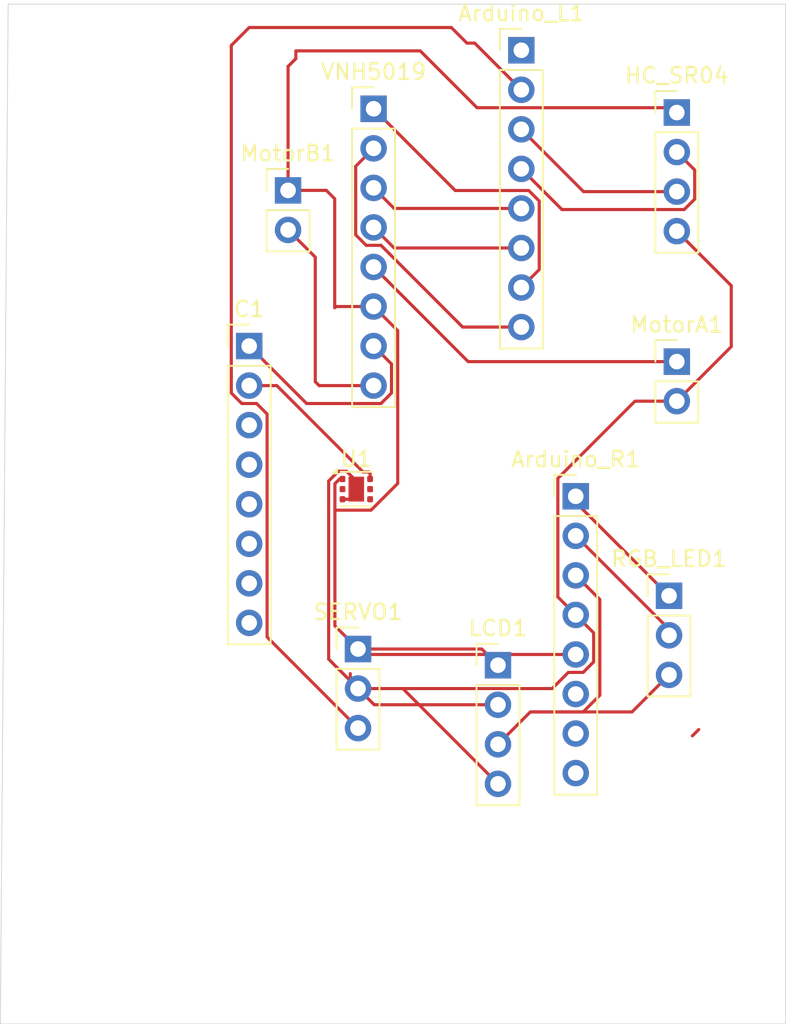
<source format=kicad_pcb>
(kicad_pcb (version 20241229) (generator "pcbnew") (generator_version "9.0")
  (layers (0 "F.Cu" signal) (2 "B.Cu" signal) (13 "F.Paste" user) (15 "B.Paste" user) (5 "F.SilkS" user "F.Silkscreen") (7 "B.SilkS" user "B.Silkscreen") (1 "F.Mask" user) (3 "B.Mask" user) (25 "Edge.Cuts" user))
  (net 0 "")
  (net 1 "Net-(Arduino_L1-Pin_4)")
  (net 2 "Net-(Arduino_L1-Pin_5)")
  (net 4 "Net-(Arduino_L1-Pin_3)")
  (net 5 "Net-(Arduino_L1-Pin_8)")
  (net 6 "Net-(Arduino_L1-Pin_2)")
  (net 7 "Net-(Arduino_L1-Pin_7)")
  (net 8 "Net-(Arduino_L1-Pin_6)")
  (net 9 "+5V")
  (net 11 "Net-(Arduino_R1-Pin_2)")
  (net 13 "Net-(Arduino_R1-Pin_3)")
  (net 15 "GND")
  (net 16 "Net-(Arduino_R1-Pin_1)")
  (net 17 "+12V")
  (net 18 "Net-(U1-VIN)")
  (net 19 "Net-(MotorA1-Pin_1)")
  (footprint "Connector_PinHeader_2.54mm:PinHeader_1x03_P2.54mm_Vertical" (layer "F.Cu") (at 142.5 88)
    (property "Reference" "RGB_LED1" (at 0 -2.38 0) (layer "F.SilkS"))
    (property "Value" "Conn_01x03")
    (fp_line (start -1.38 -1.38) (end 0 -1.38) (stroke (width 0.12)) (layer "F.SilkS"))
    (fp_line (start -1.38 0) (end -1.38 -1.38) (stroke (width 0.12)) (layer "F.SilkS"))
    (fp_line (start -1.38 1.27) (end -1.38 6.46) (stroke (width 0.12)) (layer "F.SilkS"))
    (fp_line (start -1.38 1.27) (end 1.38 1.27) (stroke (width 0.12)) (layer "F.SilkS"))
    (fp_line (start -1.38 6.46) (end 1.38 6.46) (stroke (width 0.12)) (layer "F.SilkS"))
    (fp_line (start 1.38 1.27) (end 1.38 6.46) (stroke (width 0.12)) (layer "F.SilkS"))
    (pad "1" thru_hole rect (at 0 0) (size 1.7 1.7) (drill 1) (layers "*.Cu" "*.Mask") (net 16 "Net-(Arduino_R1-Pin_1)"))
    (pad "2" thru_hole circle (at 0 2.54) (size 1.7 1.7) (drill 1) (layers "*.Cu" "*.Mask") (net 11 "Net-(Arduino_R1-Pin_2)"))
    (pad "3" thru_hole circle (at 0 5.08) (size 1.7 1.7) (drill 1) (layers "*.Cu" "*.Mask") (net 13 "Net-(Arduino_R1-Pin_3)"))
  )
  (footprint "Connector_PinHeader_2.54mm:PinHeader_1x08_P2.54mm_Vertical" (layer "F.Cu") (at 123.5 56.72)
    (property "Reference" "VNH5019" (at 0 -2.38 0) (layer "F.SilkS"))
    (property "Value" "Conn_01x08")
    (fp_line (start -1.38 -1.38) (end 0 -1.38) (stroke (width 0.12)) (layer "F.SilkS"))
    (fp_line (start -1.38 0) (end -1.38 -1.38) (stroke (width 0.12)) (layer "F.SilkS"))
    (fp_line (start -1.38 1.27) (end -1.38 19.16) (stroke (width 0.12)) (layer "F.SilkS"))
    (fp_line (start -1.38 1.27) (end 1.38 1.27) (stroke (width 0.12)) (layer "F.SilkS"))
    (fp_line (start -1.38 19.16) (end 1.38 19.16) (stroke (width 0.12)) (layer "F.SilkS"))
    (fp_line (start 1.38 1.27) (end 1.38 19.16) (stroke (width 0.12)) (layer "F.SilkS"))
    (pad "1" thru_hole rect (at 0 0) (size 1.7 1.7) (drill 1) (layers "*.Cu" "*.Mask") (net 7 "Net-(Arduino_L1-Pin_7)"))
    (pad "2" thru_hole circle (at 0 2.54) (size 1.7 1.7) (drill 1) (layers "*.Cu" "*.Mask") (net 5 "Net-(Arduino_L1-Pin_8)"))
    (pad "3" thru_hole circle (at 0 5.08) (size 1.7 1.7) (drill 1) (layers "*.Cu" "*.Mask") (net 2 "Net-(Arduino_L1-Pin_5)"))
    (pad "4" thru_hole circle (at 0 7.62) (size 1.7 1.7) (drill 1) (layers "*.Cu" "*.Mask") (net 8 "Net-(Arduino_L1-Pin_6)"))
    (pad "5" thru_hole circle (at 0 10.16) (size 1.7 1.7) (drill 1) (layers "*.Cu" "*.Mask") (net 19 "Net-(MotorA1-Pin_1)"))
    (pad "6" thru_hole circle (at 0 12.7) (size 1.7 1.7) (drill 1) (layers "*.Cu" "*.Mask") (net 9 "+5V"))
    (pad "7" thru_hole circle (at 0 15.24) (size 1.7 1.7) (drill 1) (layers "*.Cu" "*.Mask") (net 17 "+12V"))
    (pad "8" thru_hole circle (at 0 17.78) (size 1.7 1.7) (drill 1) (layers "*.Cu" "*.Mask") (net 15 "GND"))
  )
  (footprint "Connector_PinHeader_2.54mm:PinHeader_1x08_P2.54mm_Vertical" (layer "F.Cu") (at 136.5 81.61)
    (property "Reference" "Arduino_R1" (at 0 -2.38 0) (layer "F.SilkS"))
    (property "Value" "Conn_01x08")
    (fp_line (start -1.38 -1.38) (end 0 -1.38) (stroke (width 0.12)) (layer "F.SilkS"))
    (fp_line (start -1.38 0) (end -1.38 -1.38) (stroke (width 0.12)) (layer "F.SilkS"))
    (fp_line (start -1.38 1.27) (end -1.38 19.16) (stroke (width 0.12)) (layer "F.SilkS"))
    (fp_line (start -1.38 1.27) (end 1.38 1.27) (stroke (width 0.12)) (layer "F.SilkS"))
    (fp_line (start -1.38 19.16) (end 1.38 19.16) (stroke (width 0.12)) (layer "F.SilkS"))
    (fp_line (start 1.38 1.27) (end 1.38 19.16) (stroke (width 0.12)) (layer "F.SilkS"))
    (pad "1" thru_hole rect (at 0 0) (size 1.7 1.7) (drill 1) (layers "*.Cu" "*.Mask") (net 16 "Net-(Arduino_R1-Pin_1)"))
    (pad "2" thru_hole circle (at 0 2.54) (size 1.7 1.7) (drill 1) (layers "*.Cu" "*.Mask") (net 11 "Net-(Arduino_R1-Pin_2)"))
    (pad "3" thru_hole circle (at 0 5.08) (size 1.7 1.7) (drill 1) (layers "*.Cu" "*.Mask") (net 13 "Net-(Arduino_R1-Pin_3)"))
    (pad "4" thru_hole circle (at 0 7.62) (size 1.7 1.7) (drill 1) (layers "*.Cu" "*.Mask") (net 15 "GND"))
    (pad "5" thru_hole circle (at 0 10.16) (size 1.7 1.7) (drill 1) (layers "*.Cu" "*.Mask") (net 9 "+5V"))
    (pad "6" thru_hole circle (at 0 12.7) (size 1.7 1.7) (drill 1) (layers "*.Cu" "*.Mask"))
    (pad "7" thru_hole circle (at 0 15.24) (size 1.7 1.7) (drill 1) (layers "*.Cu" "*.Mask"))
    (pad "8" thru_hole circle (at 0 17.78) (size 1.7 1.7) (drill 1) (layers "*.Cu" "*.Mask"))
  )
  (footprint "Connector_PinHeader_2.54mm:PinHeader_1x02_P2.54mm_Vertical" (layer "F.Cu") (at 118 61.96)
    (property "Reference" "MotorB1" (at 0 -2.38 0) (layer "F.SilkS"))
    (property "Value" "Conn_01x02")
    (fp_line (start -1.38 -1.38) (end 0 -1.38) (stroke (width 0.12)) (layer "F.SilkS"))
    (fp_line (start -1.38 0) (end -1.38 -1.38) (stroke (width 0.12)) (layer "F.SilkS"))
    (fp_line (start -1.38 1.27) (end -1.38 3.92) (stroke (width 0.12)) (layer "F.SilkS"))
    (fp_line (start -1.38 1.27) (end 1.38 1.27) (stroke (width 0.12)) (layer "F.SilkS"))
    (fp_line (start -1.38 3.92) (end 1.38 3.92) (stroke (width 0.12)) (layer "F.SilkS"))
    (fp_line (start 1.38 1.27) (end 1.38 3.92) (stroke (width 0.12)) (layer "F.SilkS"))
    (pad "1" thru_hole rect (at 0 0) (size 1.7 1.7) (drill 1) (layers "*.Cu" "*.Mask") (net 9 "+5V"))
    (pad "2" thru_hole circle (at 0 2.54) (size 1.7 1.7) (drill 1) (layers "*.Cu" "*.Mask") (net 15 "GND"))
  )
  (footprint "Connector_PinHeader_2.54mm:PinHeader_1x03_P2.54mm_Vertical" (layer "F.Cu") (at 122.5 91.42)
    (property "Reference" "SERVO1" (at 0 -2.38 0) (layer "F.SilkS"))
    (property "Value" "Conn_01x03")
    (fp_line (start -1.38 -1.38) (end 0 -1.38) (stroke (width 0.12)) (layer "F.SilkS"))
    (fp_line (start -1.38 0) (end -1.38 -1.38) (stroke (width 0.12)) (layer "F.SilkS"))
    (fp_line (start -1.38 1.27) (end -1.38 6.46) (stroke (width 0.12)) (layer "F.SilkS"))
    (fp_line (start -1.38 1.27) (end 1.38 1.27) (stroke (width 0.12)) (layer "F.SilkS"))
    (fp_line (start -1.38 6.46) (end 1.38 6.46) (stroke (width 0.12)) (layer "F.SilkS"))
    (fp_line (start 1.38 1.27) (end 1.38 6.46) (stroke (width 0.12)) (layer "F.SilkS"))
    (pad "1" thru_hole rect (at 0 0) (size 1.7 1.7) (drill 1) (layers "*.Cu" "*.Mask") (net 9 "+5V"))
    (pad "2" thru_hole circle (at 0 2.54) (size 1.7 1.7) (drill 1) (layers "*.Cu" "*.Mask") (net 15 "GND"))
    (pad "3" thru_hole circle (at 0 5.08) (size 1.7 1.7) (drill 1) (layers "*.Cu" "*.Mask") (net 6 "Net-(Arduino_L1-Pin_2)"))
  )
  (footprint "Connector_PinHeader_2.54mm:PinHeader_1x08_P2.54mm_Vertical" (layer "F.Cu") (at 115.5 71.96)
    (property "Reference" "C1" (at 0 -2.38 0) (layer "F.SilkS"))
    (property "Value" "10uF")
    (fp_line (start -1.38 -1.38) (end 0 -1.38) (stroke (width 0.12)) (layer "F.SilkS"))
    (fp_line (start -1.38 0) (end -1.38 -1.38) (stroke (width 0.12)) (layer "F.SilkS"))
    (fp_line (start -1.38 1.27) (end -1.38 19.16) (stroke (width 0.12)) (layer "F.SilkS"))
    (fp_line (start -1.38 1.27) (end 1.38 1.27) (stroke (width 0.12)) (layer "F.SilkS"))
    (fp_line (start -1.38 19.16) (end 1.38 19.16) (stroke (width 0.12)) (layer "F.SilkS"))
    (fp_line (start 1.38 1.27) (end 1.38 19.16) (stroke (width 0.12)) (layer "F.SilkS"))
    (pad "1" thru_hole rect (at 0 0) (size 1.7 1.7) (drill 1) (layers "*.Cu" "*.Mask") (net 17 "+12V"))
    (pad "2" thru_hole circle (at 0 2.54) (size 1.7 1.7) (drill 1) (layers "*.Cu" "*.Mask") (net 18 "Net-(U1-VIN)"))
    (pad "3" thru_hole circle (at 0 5.08) (size 1.7 1.7) (drill 1) (layers "*.Cu" "*.Mask"))
    (pad "4" thru_hole circle (at 0 7.62) (size 1.7 1.7) (drill 1) (layers "*.Cu" "*.Mask"))
    (pad "5" thru_hole circle (at 0 10.16) (size 1.7 1.7) (drill 1) (layers "*.Cu" "*.Mask"))
    (pad "6" thru_hole circle (at 0 12.7) (size 1.7 1.7) (drill 1) (layers "*.Cu" "*.Mask"))
    (pad "7" thru_hole circle (at 0 15.24) (size 1.7 1.7) (drill 1) (layers "*.Cu" "*.Mask"))
    (pad "8" thru_hole circle (at 0 17.78) (size 1.7 1.7) (drill 1) (layers "*.Cu" "*.Mask"))
  )
  (footprint "Connector_PinHeader_2.54mm:PinHeader_1x04_P2.54mm_Vertical" (layer "F.Cu") (at 131.5 92.46)
    (property "Reference" "LCD1" (at 0 -2.38 0) (layer "F.SilkS"))
    (property "Value" "Conn_01x04")
    (fp_line (start -1.38 -1.38) (end 0 -1.38) (stroke (width 0.12)) (layer "F.SilkS"))
    (fp_line (start -1.38 0) (end -1.38 -1.38) (stroke (width 0.12)) (layer "F.SilkS"))
    (fp_line (start -1.38 1.27) (end -1.38 9) (stroke (width 0.12)) (layer "F.SilkS"))
    (fp_line (start -1.38 1.27) (end 1.38 1.27) (stroke (width 0.12)) (layer "F.SilkS"))
    (fp_line (start -1.38 9) (end 1.38 9) (stroke (width 0.12)) (layer "F.SilkS"))
    (fp_line (start 1.38 1.27) (end 1.38 9) (stroke (width 0.12)) (layer "F.SilkS"))
    (pad "1" thru_hole rect (at 0 0) (size 1.7 1.7) (drill 1) (layers "*.Cu" "*.Mask") (net 9 "+5V"))
    (pad "2" thru_hole circle (at 0 2.54) (size 1.7 1.7) (drill 1) (layers "*.Cu" "*.Mask") (net 15 "GND"))
    (pad "3" thru_hole circle (at 0 5.08) (size 1.7 1.7) (drill 1) (layers "*.Cu" "*.Mask") (net 13 "Net-(Arduino_R1-Pin_3)"))
    (pad "4" thru_hole circle (at 0 7.62) (size 1.7 1.7) (drill 1) (layers "*.Cu" "*.Mask") (net 15 "GND"))
  )
  (footprint "Package_CSP:LFCSP-6-1EP_2x2mm_P0.65mm_EP1x1.6mm" (layer "F.Cu") (at 122.3875 81.15)
    (property "Reference" "U1" (at 0 -1.95 0) (layer "F.SilkS"))
    (property "Value" "AMS1117-5V")
    (fp_line (start -1 -1.11) (end 1 -1.11) (stroke (width 0.12)) (layer "F.SilkS"))
    (fp_line (start -1 1.11) (end 1 1.11) (stroke (width 0.12)) (layer "F.SilkS"))
    (fp_poly (pts (xy -1.24 -1.01) (xy -1.52 -1.01) (xy -1.24 -1.29)) (stroke (width 0.12)) (fill yes) (layer "F.SilkS"))
    (pad "1" smd roundrect (at -0.8875 -0.65) (size 0.375 0.4) (layers "F.Cu" "F.Mask" "F.Paste") (net 9 "+5V"))
    (pad "2" smd roundrect (at -0.8875 0) (size 0.375 0.4) (layers "F.Cu" "F.Mask" "F.Paste"))
    (pad "3" smd roundrect (at -0.8875 0.65) (size 0.375 0.4) (layers "F.Cu" "F.Mask" "F.Paste") (net 15 "GND"))
    (pad "4" smd roundrect (at 0.8875 0.65) (size 0.375 0.4) (layers "F.Cu" "F.Mask" "F.Paste"))
    (pad "5" smd roundrect (at 0.8875 0) (size 0.375 0.4) (layers "F.Cu" "F.Mask" "F.Paste"))
    (pad "6" smd roundrect (at 0.8875 -0.65) (size 0.375 0.4) (layers "F.Cu" "F.Mask" "F.Paste") (net 18 "Net-(U1-VIN)"))
    (pad "7" smd rect (at 0 0) (size 1 1.6) (property pad_prop_heatsink) (layers "F.Cu" "F.Mask") (net 15 "GND"))
  )
  (footprint "Connector_PinHeader_2.54mm:PinHeader_1x02_P2.54mm_Vertical" (layer "F.Cu") (at 143 72.96)
    (property "Reference" "MotorA1" (at 0 -2.38 0) (layer "F.SilkS"))
    (property "Value" "Conn_01x02")
    (fp_line (start -1.38 -1.38) (end 0 -1.38) (stroke (width 0.12)) (layer "F.SilkS"))
    (fp_line (start -1.38 0) (end -1.38 -1.38) (stroke (width 0.12)) (layer "F.SilkS"))
    (fp_line (start -1.38 1.27) (end -1.38 3.92) (stroke (width 0.12)) (layer "F.SilkS"))
    (fp_line (start -1.38 1.27) (end 1.38 1.27) (stroke (width 0.12)) (layer "F.SilkS"))
    (fp_line (start -1.38 3.92) (end 1.38 3.92) (stroke (width 0.12)) (layer "F.SilkS"))
    (fp_line (start 1.38 1.27) (end 1.38 3.92) (stroke (width 0.12)) (layer "F.SilkS"))
    (pad "1" thru_hole rect (at 0 0) (size 1.7 1.7) (drill 1) (layers "*.Cu" "*.Mask") (net 19 "Net-(MotorA1-Pin_1)"))
    (pad "2" thru_hole circle (at 0 2.54) (size 1.7 1.7) (drill 1) (layers "*.Cu" "*.Mask") (net 15 "GND"))
  )
  (footprint "Connector_PinHeader_2.54mm:PinHeader_1x04_P2.54mm_Vertical" (layer "F.Cu") (at 143 56.96)
    (property "Reference" "HC_SR04" (at 0 -2.38 0) (layer "F.SilkS"))
    (property "Value" "Conn_01x04")
    (fp_line (start -1.38 -1.38) (end 0 -1.38) (stroke (width 0.12)) (layer "F.SilkS"))
    (fp_line (start -1.38 0) (end -1.38 -1.38) (stroke (width 0.12)) (layer "F.SilkS"))
    (fp_line (start -1.38 1.27) (end -1.38 9) (stroke (width 0.12)) (layer "F.SilkS"))
    (fp_line (start -1.38 1.27) (end 1.38 1.27) (stroke (width 0.12)) (layer "F.SilkS"))
    (fp_line (start -1.38 9) (end 1.38 9) (stroke (width 0.12)) (layer "F.SilkS"))
    (fp_line (start 1.38 1.27) (end 1.38 9) (stroke (width 0.12)) (layer "F.SilkS"))
    (pad "1" thru_hole rect (at 0 0) (size 1.7 1.7) (drill 1) (layers "*.Cu" "*.Mask") (net 9 "+5V"))
    (pad "2" thru_hole circle (at 0 2.54) (size 1.7 1.7) (drill 1) (layers "*.Cu" "*.Mask") (net 1 "Net-(Arduino_L1-Pin_4)"))
    (pad "3" thru_hole circle (at 0 5.08) (size 1.7 1.7) (drill 1) (layers "*.Cu" "*.Mask") (net 4 "Net-(Arduino_L1-Pin_3)"))
    (pad "4" thru_hole circle (at 0 7.62) (size 1.7 1.7) (drill 1) (layers "*.Cu" "*.Mask") (net 15 "GND"))
  )
  (footprint "Connector_PinHeader_2.54mm:PinHeader_1x08_P2.54mm_Vertical" (layer "F.Cu") (at 133 52.96)
    (property "Reference" "Arduino_L1" (at 0 -2.38 0) (layer "F.SilkS"))
    (property "Value" "Conn_01x08")
    (fp_line (start -1.38 -1.38) (end 0 -1.38) (stroke (width 0.12)) (layer "F.SilkS"))
    (fp_line (start -1.38 0) (end -1.38 -1.38) (stroke (width 0.12)) (layer "F.SilkS"))
    (fp_line (start -1.38 1.27) (end -1.38 19.16) (stroke (width 0.12)) (layer "F.SilkS"))
    (fp_line (start -1.38 1.27) (end 1.38 1.27) (stroke (width 0.12)) (layer "F.SilkS"))
    (fp_line (start -1.38 19.16) (end 1.38 19.16) (stroke (width 0.12)) (layer "F.SilkS"))
    (fp_line (start 1.38 1.27) (end 1.38 19.16) (stroke (width 0.12)) (layer "F.SilkS"))
    (pad "1" thru_hole rect (at 0 0) (size 1.7 1.7) (drill 1) (layers "*.Cu" "*.Mask"))
    (pad "2" thru_hole circle (at 0 2.54) (size 1.7 1.7) (drill 1) (layers "*.Cu" "*.Mask") (net 6 "Net-(Arduino_L1-Pin_2)"))
    (pad "3" thru_hole circle (at 0 5.08) (size 1.7 1.7) (drill 1) (layers "*.Cu" "*.Mask") (net 4 "Net-(Arduino_L1-Pin_3)"))
    (pad "4" thru_hole circle (at 0 7.62) (size 1.7 1.7) (drill 1) (layers "*.Cu" "*.Mask") (net 1 "Net-(Arduino_L1-Pin_4)"))
    (pad "5" thru_hole circle (at 0 10.16) (size 1.7 1.7) (drill 1) (layers "*.Cu" "*.Mask") (net 2 "Net-(Arduino_L1-Pin_5)"))
    (pad "6" thru_hole circle (at 0 12.7) (size 1.7 1.7) (drill 1) (layers "*.Cu" "*.Mask") (net 8 "Net-(Arduino_L1-Pin_6)"))
    (pad "7" thru_hole circle (at 0 15.24) (size 1.7 1.7) (drill 1) (layers "*.Cu" "*.Mask") (net 7 "Net-(Arduino_L1-Pin_7)"))
    (pad "8" thru_hole circle (at 0 17.78) (size 1.7 1.7) (drill 1) (layers "*.Cu" "*.Mask") (net 5 "Net-(Arduino_L1-Pin_8)"))
  )
  (gr_line (start 150 50) (end 100 50) (stroke (width 0.05)) (layer "Edge.Cuts"))
  (gr_line (start 99.5 115.5) (end 150 115.5) (stroke (width 0.05)) (layer "Edge.Cuts"))
  (gr_line (start 150 115.5) (end 150 50) (stroke (width 0.05)) (layer "Edge.Cuts"))
  (gr_line (start 100 50) (end 99.5 115.5) (stroke (width 0.05)) (layer "Edge.Cuts"))
  (segment (start 144.151 60.651) (end 143 59.5) (width 0.2) (layer "F.Cu") (net 1))
  (segment (start 144.151 62.51676) (end 144.151 60.651) (width 0.2) (layer "F.Cu") (net 1))
  (segment (start 135.611 63.191) (end 143.47676 63.191) (width 0.2) (layer "F.Cu") (net 1))
  (segment (start 143.47676 63.191) (end 144.151 62.51676) (width 0.2) (layer "F.Cu") (net 1))
  (segment (start 133 60.58) (end 135.611 63.191) (width 0.2) (layer "F.Cu") (net 1))
  (segment (start 123.5 61.8) (end 124.82 63.12) (width 0.2) (layer "F.Cu") (net 2))
  (segment (start 124.82 63.12) (end 133 63.12) (width 0.2) (layer "F.Cu") (net 2))
  (segment (start 137 62.04) (end 143 62.04) (width 0.2) (layer "F.Cu") (net 4))
  (segment (start 133 58.04) (end 137 62.04) (width 0.2) (layer "F.Cu") (net 4))
  (segment (start 122.349 64.81676) (end 123.02324 65.491) (width 0.2) (layer "F.Cu") (net 5))
  (segment (start 129.22576 70.74) (end 133 70.74) (width 0.2) (layer "F.Cu") (net 5))
  (segment (start 122.349 60.411) (end 122.349 64.81676) (width 0.2) (layer "F.Cu") (net 5))
  (segment (start 123.02324 65.491) (end 123.97676 65.491) (width 0.2) (layer "F.Cu") (net 5))
  (segment (start 123.97676 65.491) (end 129.22576 70.74) (width 0.2) (layer "F.Cu") (net 5))
  (segment (start 123.5 59.26) (end 122.349 60.411) (width 0.2) (layer "F.Cu") (net 5))
  (segment (start 114.349 52.651) (end 115.5 51.5) (width 0.2) (layer "F.Cu") (net 6))
  (segment (start 130 52.5) (end 133 55.5) (width 0.2) (layer "F.Cu") (net 6))
  (segment (start 116.651 90.651) (end 116.651 76.32524) (width 0.2) (layer "F.Cu") (net 6))
  (segment (start 128.5 51.5) (end 129.5 52.5) (width 0.2) (layer "F.Cu") (net 6))
  (segment (start 114.349 74.97676) (end 114.349 52.651) (width 0.2) (layer "F.Cu") (net 6))
  (segment (start 122.5 96.5) (end 116.651 90.651) (width 0.2) (layer "F.Cu") (net 6))
  (segment (start 115.5 51.5) (end 128.5 51.5) (width 0.2) (layer "F.Cu") (net 6))
  (segment (start 115.02324 75.651) (end 114.349 74.97676) (width 0.2) (layer "F.Cu") (net 6))
  (segment (start 116.651 76.32524) (end 115.97676 75.651) (width 0.2) (layer "F.Cu") (net 6))
  (segment (start 115.97676 75.651) (end 115.02324 75.651) (width 0.2) (layer "F.Cu") (net 6))
  (segment (start 129.5 52.5) (end 130 52.5) (width 0.2) (layer "F.Cu") (net 6))
  (segment (start 134.151 62.64324) (end 134.151 67.049) (width 0.2) (layer "F.Cu") (net 7))
  (segment (start 133.47676 61.969) (end 134.151 62.64324) (width 0.2) (layer "F.Cu") (net 7))
  (segment (start 134.151 67.049) (end 133 68.2) (width 0.2) (layer "F.Cu") (net 7))
  (segment (start 128.749 61.969) (end 133.47676 61.969) (width 0.2) (layer "F.Cu") (net 7))
  (segment (start 123.5 56.72) (end 128.749 61.969) (width 0.2) (layer "F.Cu") (net 7))
  (segment (start 124.82 65.66) (end 133 65.66) (width 0.2) (layer "F.Cu") (net 8))
  (segment (start 123.5 64.34) (end 124.82 65.66) (width 0.2) (layer "F.Cu") (net 8))
  (segment (start 126.5 53) (end 118.5 53) (width 0.2) (layer "F.Cu") (net 9))
  (segment (start 123.335858 82.5) (end 121.0115 82.5) (width 0.2) (layer "F.Cu") (net 9))
  (segment (start 121.08 69.42) (end 123.5 69.42) (width 0.2) (layer "F.Cu") (net 9))
  (segment (start 118 61.96) (end 120.46 61.96) (width 0.2) (layer "F.Cu") (net 9))
  (segment (start 121.312501 80.5) (end 121.5 80.5) (width 0.2) (layer "F.Cu") (net 9))
  (segment (start 118.5 53.5) (end 118 54) (width 0.2) (layer "F.Cu") (net 9))
  (segment (start 122.5 91.42) (end 121.0115 89.9315) (width 0.2) (layer "F.Cu") (net 9))
  (segment (start 121.0115 82.5) (end 121.0115 80.801001) (width 0.2) (layer "F.Cu") (net 9))
  (segment (start 121 62.5) (end 121 69.5) (width 0.2) (layer "F.Cu") (net 9))
  (segment (start 123.5 69.42) (end 125.052 70.972) (width 0.2) (layer "F.Cu") (net 9))
  (segment (start 122.5 91.42) (end 122.92 91.42) (width 0.2) (layer "F.Cu") (net 9))
  (segment (start 130.151 56.651) (end 126.5 53) (width 0.2) (layer "F.Cu") (net 9))
  (segment (start 121.0115 80.801001) (end 121.312501 80.5) (width 0.2) (layer "F.Cu") (net 9))
  (segment (start 122.5 91.42) (end 130.46 91.42) (width 0.2) (layer "F.Cu") (net 9))
  (segment (start 120.46 61.96) (end 121 62.5) (width 0.2) (layer "F.Cu") (net 9))
  (segment (start 123.27 91.77) (end 136.5 91.77) (width 0.2) (layer "F.Cu") (net 9))
  (segment (start 125.052 80.783858) (end 123.335858 82.5) (width 0.2) (layer "F.Cu") (net 9))
  (segment (start 130.46 91.42) (end 131.5 92.46) (width 0.2) (layer "F.Cu") (net 9))
  (segment (start 142.691 56.651) (end 130.151 56.651) (width 0.2) (layer "F.Cu") (net 9))
  (segment (start 143 56.96) (end 142.691 56.651) (width 0.2) (layer "F.Cu") (net 9))
  (segment (start 118 54) (end 118 61.96) (width 0.2) (layer "F.Cu") (net 9))
  (segment (start 122.92 91.42) (end 123.27 91.77) (width 0.2) (layer "F.Cu") (net 9))
  (segment (start 121 69.5) (end 121.08 69.42) (width 0.2) (layer "F.Cu") (net 9))
  (segment (start 121.0115 89.9315) (end 121.0115 82.5) (width 0.2) (layer "F.Cu") (net 9))
  (segment (start 125.052 70.972) (end 125.052 80.783858) (width 0.2) (layer "F.Cu") (net 9))
  (segment (start 118.5 53) (end 118.5 53.5) (width 0.2) (layer "F.Cu") (net 9))
  (segment (start 136.5 84.15) (end 142.5 90.15) (width 0.2) (layer "F.Cu") (net 11))
  (segment (start 142.5 90.15) (end 142.5 90.54) (width 0.2) (layer "F.Cu") (net 11))
  (segment (start 136.97676 95.461) (end 138.052 94.38576) (width 0.2) (layer "F.Cu") (net 13))
  (segment (start 138.052 88.242) (end 136.5 86.69) (width 0.2) (layer "F.Cu") (net 13))
  (segment (start 133.579 95.461) (end 136.97676 95.461) (width 0.2) (layer "F.Cu") (net 13))
  (segment (start 140.119 95.461) (end 142.5 93.08) (width 0.2) (layer "F.Cu") (net 13))
  (segment (start 131.5 97.54) (end 133.579 95.461) (width 0.2) (layer "F.Cu") (net 13))
  (segment (start 133.579 95.461) (end 140.119 95.461) (width 0.2) (layer "F.Cu") (net 13))
  (segment (start 138.052 94.38576) (end 138.052 88.242) (width 0.2) (layer "F.Cu") (net 13))
  (segment (start 144.41 96.59) (end 144 97) (width 0.2) (layer "F.Cu") (net 15))
  (segment (start 122.2 81.8) (end 121.5 81.8) (width 0.2) (layer "F.Cu") (net 15))
  (segment (start 122.5 81.5) (end 122.2 81.8) (width 0.2) (layer "F.Cu") (net 15))
  (segment (start 136.02324 92.921) (end 136.97676 92.921) (width 0.2) (layer "F.Cu") (net 15))
  (segment (start 121.759858 79.999) (end 122.5 80.739142) (width 0.2) (layer "F.Cu") (net 15))
  (segment (start 122.5 93.96) (end 123.54 95) (width 0.2) (layer "F.Cu") (net 15))
  (segment (start 119.75 74.25) (end 119.75 66.25) (width 0.2) (layer "F.Cu") (net 15))
  (segment (start 146.5 68.08) (end 143 64.58) (width 0.2) (layer "F.Cu") (net 15))
  (segment (start 119.75 66.25) (end 118 64.5) (width 0.2) (layer "F.Cu") (net 15))
  (segment (start 135.349 88.079) (end 135.349 80.459) (width 0.2) (layer "F.Cu") (net 15))
  (segment (start 136.97676 92.921) (end 137.651 92.24676) (width 0.2) (layer "F.Cu") (net 15))
  (segment (start 120 74.5) (end 123.5 74.5) (width 0.2) (layer "F.Cu") (net 15))
  (segment (start 140.308 75.5) (end 143 75.5) (width 0.2) (layer "F.Cu") (net 15))
  (segment (start 122.5 93.96) (end 120.6105 92.0705) (width 0.2) (layer "F.Cu") (net 15))
  (segment (start 125.38 93.96) (end 131.5 100.08) (width 0.2) (layer "F.Cu") (net 15))
  (segment (start 143 75.5) (end 146.5 72) (width 0.2) (layer "F.Cu") (net 15))
  (segment (start 122.5 93.96) (end 134.98424 93.96) (width 0.2) (layer "F.Cu") (net 15))
  (segment (start 137.651 92.24676) (end 137.651 90.381) (width 0.2) (layer "F.Cu") (net 15))
  (segment (start 121.240142 79.999) (end 121.759858 79.999) (width 0.2) (layer "F.Cu") (net 15))
  (segment (start 134.98424 93.96) (end 136.02324 92.921) (width 0.2) (layer "F.Cu") (net 15))
  (segment (start 146.5 72) (end 146.5 68.08) (width 0.2) (layer "F.Cu") (net 15))
  (segment (start 120.6105 80.628642) (end 121.240142 79.999) (width 0.2) (layer "F.Cu") (net 15))
  (segment (start 120.6105 92.0705) (end 120.6105 80.628642) (width 0.2) (layer "F.Cu") (net 15))
  (segment (start 122.5 80.739142) (end 122.5 81.5) (width 0.2) (layer "F.Cu") (net 15))
  (segment (start 122 93.46) (end 122 93) (width 0.2) (layer "F.Cu") (net 15))
  (segment (start 122.5 93.96) (end 125.38 93.96) (width 0.2) (layer "F.Cu") (net 15))
  (segment (start 137.651 90.381) (end 136.5 89.23) (width 0.2) (layer "F.Cu") (net 15))
  (segment (start 135.349 80.459) (end 140.308 75.5) (width 0.2) (layer "F.Cu") (net 15))
  (segment (start 120 74.5) (end 119.75 74.25) (width 0.2) (layer "F.Cu") (net 15))
  (segment (start 136.5 89.23) (end 135.349 88.079) (width 0.2) (layer "F.Cu") (net 15))
  (segment (start 123.54 95) (end 131.5 95) (width 0.2) (layer "F.Cu") (net 15))
  (segment (start 142.5 88) (end 136.5 82) (width 0.2) (layer "F.Cu") (net 16))
  (segment (start 136.5 82) (end 136.5 81.61) (width 0.2) (layer "F.Cu") (net 16))
  (segment (start 123.97676 75.651) (end 124.651 74.97676) (width 0.2) (layer "F.Cu") (net 17))
  (segment (start 124.651 73.111) (end 123.5 71.96) (width 0.2) (layer "F.Cu") (net 17))
  (segment (start 124.651 74.97676) (end 124.651 73.111) (width 0.2) (layer "F.Cu") (net 17))
  (segment (start 119.191 75.651) (end 123.97676 75.651) (width 0.2) (layer "F.Cu") (net 17))
  (segment (start 115.5 71.96) (end 119.191 75.651) (width 0.2) (layer "F.Cu") (net 17))
  (segment (start 123.275 80.1355) (end 123.275 80.5) (width 0.2) (layer "F.Cu") (net 18))
  (segment (start 123.1885 80.049) (end 123.275 80.1355) (width 0.2) (layer "F.Cu") (net 18))
  (segment (start 117.275 74.5) (end 122.824 80.049) (width 0.2) (layer "F.Cu") (net 18))
  (segment (start 115.5 74.5) (end 117.275 74.5) (width 0.2) (layer "F.Cu") (net 18))
  (segment (start 122.824 80.049) (end 123.1885 80.049) (width 0.2) (layer "F.Cu") (net 18))
  (segment (start 123.5 66.88) (end 129.58 72.96) (width 0.2) (layer "F.Cu") (net 19))
  (segment (start 129.58 72.96) (end 143 72.96) (width 0.2) (layer "F.Cu") (net 19))
)
</source>
